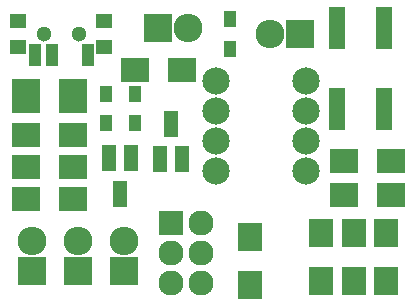
<source format=gts>
G04 #@! TF.FileFunction,Soldermask,Top*
%FSLAX46Y46*%
G04 Gerber Fmt 4.6, Leading zero omitted, Abs format (unit mm)*
G04 Created by KiCad (PCBNEW (2015-11-17 BZR 6321)-product) date Tue 19 Jan 2016 02:12:06 PM EST*
%MOMM*%
G01*
G04 APERTURE LIST*
%ADD10C,0.100000*%
%ADD11R,1.200100X2.200860*%
%ADD12R,2.400000X2.900000*%
%ADD13R,2.000000X2.400000*%
%ADD14R,1.000000X1.400000*%
%ADD15R,2.100000X2.400000*%
%ADD16C,2.305000*%
%ADD17R,2.432000X2.432000*%
%ADD18O,2.432000X2.432000*%
%ADD19R,2.127200X2.127200*%
%ADD20O,2.127200X2.127200*%
%ADD21R,2.400000X2.100000*%
%ADD22C,1.300000*%
%ADD23R,1.100000X1.900000*%
%ADD24R,1.400000X1.200000*%
%ADD25R,1.400000X3.600000*%
G04 APERTURE END LIST*
D10*
D11*
X168600000Y-105600000D03*
X170500000Y-105600000D03*
X169550000Y-102597720D03*
D12*
X161250000Y-100250000D03*
X157250000Y-100250000D03*
D13*
X185014214Y-111867358D03*
X185014214Y-115867358D03*
D14*
X164025000Y-102555000D03*
X164025000Y-100045000D03*
X166475000Y-100045000D03*
X166475000Y-102555000D03*
D15*
X187764214Y-115867358D03*
X187764214Y-111867358D03*
D14*
X174500000Y-96255000D03*
X174500000Y-93745000D03*
D16*
X181000000Y-106620000D03*
X181000000Y-104080000D03*
X181000000Y-101540000D03*
X181000000Y-99000000D03*
X173380000Y-99000000D03*
X173380000Y-101540000D03*
X173380000Y-104080000D03*
X173380000Y-106620000D03*
D17*
X180500000Y-95000000D03*
D18*
X177960000Y-95000000D03*
D19*
X169560000Y-111000000D03*
D20*
X172100000Y-111000000D03*
X169560000Y-113540000D03*
X172100000Y-113540000D03*
X169560000Y-116080000D03*
X172100000Y-116080000D03*
D17*
X165600000Y-115058273D03*
D18*
X165600000Y-112518273D03*
D17*
X161700000Y-115058273D03*
D18*
X161700000Y-112518273D03*
D17*
X157750000Y-115058273D03*
D18*
X157750000Y-112518273D03*
D11*
X166175000Y-105523860D03*
X164275000Y-105523860D03*
X165225000Y-108526140D03*
D21*
X161250000Y-106250000D03*
X157250000Y-106250000D03*
X161250000Y-109000000D03*
X157250000Y-109000000D03*
X161250000Y-103500000D03*
X157250000Y-103500000D03*
X188200000Y-108600000D03*
X184200000Y-108600000D03*
D15*
X176200000Y-112200000D03*
X176200000Y-116200000D03*
D21*
X188200000Y-105700000D03*
X184200000Y-105700000D03*
D15*
X182264214Y-115867358D03*
X182264214Y-111867358D03*
D21*
X166500000Y-98000000D03*
X170500000Y-98000000D03*
D22*
X161750000Y-95000000D03*
X158750000Y-95000000D03*
D23*
X162500000Y-96750000D03*
X159500000Y-96750000D03*
X158000000Y-96750000D03*
D24*
X163900000Y-93900000D03*
X156600000Y-93900000D03*
X156600000Y-96100000D03*
X163900000Y-96100000D03*
D25*
X187600000Y-101300000D03*
X187600000Y-94500000D03*
X183600000Y-94500000D03*
X183600000Y-101300000D03*
D17*
X168460000Y-94500000D03*
D18*
X171000000Y-94500000D03*
M02*

</source>
